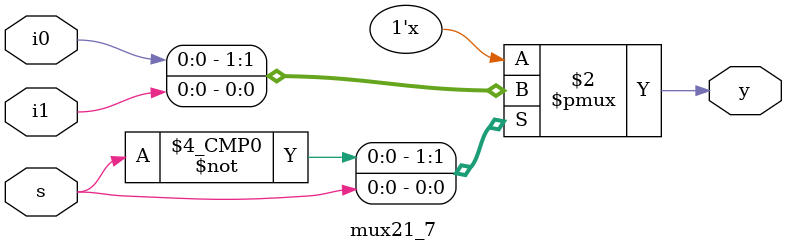
<source format=v>
module mux21_1(i0,i1,s,y);
    input i0,i1,s;
    output y;

    //특별히 지시하지 않은 port는 wire로 자동으로 컴파일됨
    //밑 방식은 맨 처음 port는 반드시 output, 나머지 두번째부턴 전부 in임
    not(sn,s);
    and(a0,i0,sn);
    and(a1,i1,s);
    or (y,a0,a1);

endmodule

module mux21_2(i0,i1,s,y);
    input i0,i1,s;
    output y;

    //내부에 또 연산자 대입가능
    // ~ : not, &: and, |:or
    and u1(a0,i0,~s);
    and u2(a1,i1,s);
    or u3(y,a0,a1);
endmodule

module mux21_3(i0,i1,s,y);
    input i0,i1,s;
    output y;

    //내부에 또 연산자 대입가능
    // ~ : not, &: and, |:or
    //콤마로 연속해서 모듈이름  지어 사용가능
    and u1(a0,i0,~s),
    u2(a1,i1,s);
    or u3(y,a0,a1);
endmodule

module mux21_4(i0,i1,s,y);
    input i0,i1,s;
    output y;

    assign y=(i0&(~s))|(i1&s);
endmodule

//삼향연산자
module mux21_5(i0,i1,s,y);
    input i0,i1,s;
    output y;

    assign y=(s==0)?i0:i1;
endmodule

//if구문
module mux21_6(i0,i1,s,y);
    input i0,i1,s;
    output reg y;//reg선언 필수 - if

//주의 : always , initial 를 모듈 선언 내부 사용시, 항상 always @(*) begin ~ end
//주의 : if else 구문은 이 always안에서만 사용가능
//주의 : if else 사용시 출력은 반드시 reg로 해야함
//always문안에 assign 선언 x

//alwyas @() 에서 원래는 괄호안에 있는 input port중 변하는 것이 있을때 always문이실행되는 방식

//always @(이벤트 트리거) 안에선 대입문 사용
    always @(*) begin
        if(s==0)
            y=i0;
        else
            y=i1;
    end
endmodule

module mux21_7(i0,i1,s,y);
    input i0,i1,s;
    output reg y;
    //case문 경우에도 동일

    always @(*) begin
        case(s)
            0:y=i0;
            1:y=i1;
        endcase
    end
endmodule
</source>
